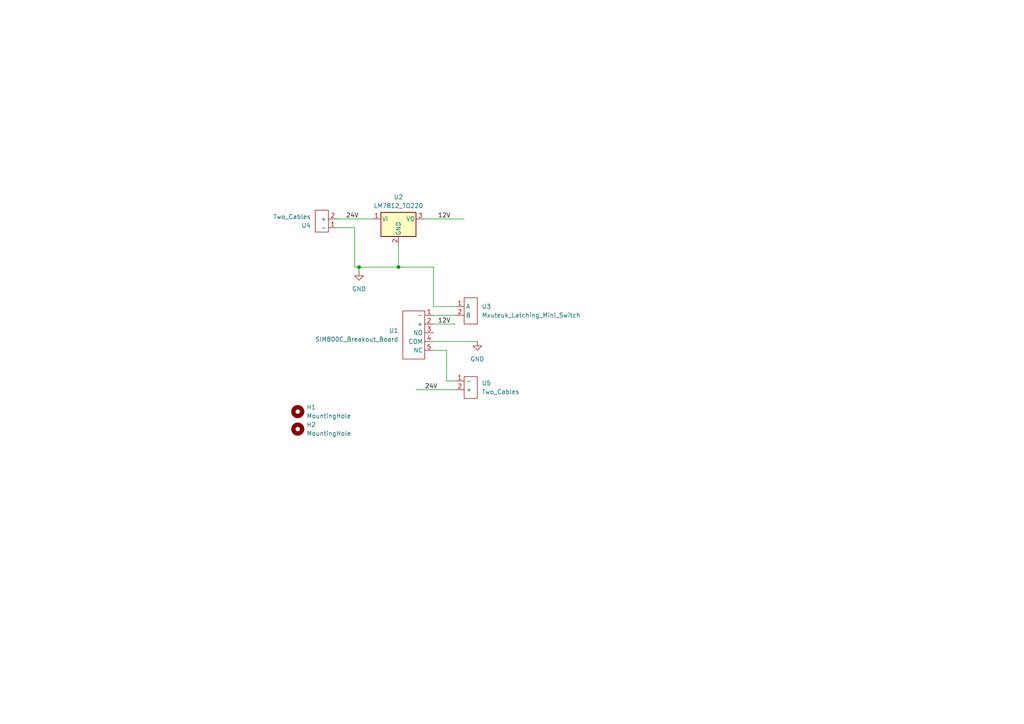
<source format=kicad_sch>
(kicad_sch
	(version 20231120)
	(generator "eeschema")
	(generator_version "8.0")
	(uuid "5f19427c-686c-45ef-8476-869846d82851")
	(paper "A4")
	(lib_symbols
		(symbol "Mechanical:MountingHole"
			(pin_names
				(offset 1.016)
			)
			(exclude_from_sim no)
			(in_bom yes)
			(on_board yes)
			(property "Reference" "H"
				(at 0 5.08 0)
				(effects
					(font
						(size 1.27 1.27)
					)
				)
			)
			(property "Value" "MountingHole"
				(at 0 3.175 0)
				(effects
					(font
						(size 1.27 1.27)
					)
				)
			)
			(property "Footprint" ""
				(at 0 0 0)
				(effects
					(font
						(size 1.27 1.27)
					)
					(hide yes)
				)
			)
			(property "Datasheet" "~"
				(at 0 0 0)
				(effects
					(font
						(size 1.27 1.27)
					)
					(hide yes)
				)
			)
			(property "Description" "Mounting Hole without connection"
				(at 0 0 0)
				(effects
					(font
						(size 1.27 1.27)
					)
					(hide yes)
				)
			)
			(property "ki_keywords" "mounting hole"
				(at 0 0 0)
				(effects
					(font
						(size 1.27 1.27)
					)
					(hide yes)
				)
			)
			(property "ki_fp_filters" "MountingHole*"
				(at 0 0 0)
				(effects
					(font
						(size 1.27 1.27)
					)
					(hide yes)
				)
			)
			(symbol "MountingHole_0_1"
				(circle
					(center 0 0)
					(radius 1.27)
					(stroke
						(width 1.27)
						(type default)
					)
					(fill
						(type none)
					)
				)
			)
		)
		(symbol "Regulator_Linear:LM7812_TO220"
			(pin_names
				(offset 0.254)
			)
			(exclude_from_sim no)
			(in_bom yes)
			(on_board yes)
			(property "Reference" "U"
				(at -3.81 3.175 0)
				(effects
					(font
						(size 1.27 1.27)
					)
				)
			)
			(property "Value" "LM7812_TO220"
				(at 0 3.175 0)
				(effects
					(font
						(size 1.27 1.27)
					)
					(justify left)
				)
			)
			(property "Footprint" "Package_TO_SOT_THT:TO-220-3_Vertical"
				(at 0 5.715 0)
				(effects
					(font
						(size 1.27 1.27)
						(italic yes)
					)
					(hide yes)
				)
			)
			(property "Datasheet" "https://www.onsemi.cn/PowerSolutions/document/MC7800-D.PDF"
				(at 0 -1.27 0)
				(effects
					(font
						(size 1.27 1.27)
					)
					(hide yes)
				)
			)
			(property "Description" "Positive 1A 35V Linear Regulator, Fixed Output 12V, TO-220"
				(at 0 0 0)
				(effects
					(font
						(size 1.27 1.27)
					)
					(hide yes)
				)
			)
			(property "ki_keywords" "Voltage Regulator 1A Positive"
				(at 0 0 0)
				(effects
					(font
						(size 1.27 1.27)
					)
					(hide yes)
				)
			)
			(property "ki_fp_filters" "TO?220*"
				(at 0 0 0)
				(effects
					(font
						(size 1.27 1.27)
					)
					(hide yes)
				)
			)
			(symbol "LM7812_TO220_0_1"
				(rectangle
					(start -5.08 1.905)
					(end 5.08 -5.08)
					(stroke
						(width 0.254)
						(type default)
					)
					(fill
						(type background)
					)
				)
			)
			(symbol "LM7812_TO220_1_1"
				(pin power_in line
					(at -7.62 0 0)
					(length 2.54)
					(name "VI"
						(effects
							(font
								(size 1.27 1.27)
							)
						)
					)
					(number "1"
						(effects
							(font
								(size 1.27 1.27)
							)
						)
					)
				)
				(pin power_in line
					(at 0 -7.62 90)
					(length 2.54)
					(name "GND"
						(effects
							(font
								(size 1.27 1.27)
							)
						)
					)
					(number "2"
						(effects
							(font
								(size 1.27 1.27)
							)
						)
					)
				)
				(pin power_out line
					(at 7.62 0 180)
					(length 2.54)
					(name "VO"
						(effects
							(font
								(size 1.27 1.27)
							)
						)
					)
					(number "3"
						(effects
							(font
								(size 1.27 1.27)
							)
						)
					)
				)
			)
		)
		(symbol "power:GND"
			(power)
			(pin_numbers hide)
			(pin_names
				(offset 0) hide)
			(exclude_from_sim no)
			(in_bom yes)
			(on_board yes)
			(property "Reference" "#PWR"
				(at 0 -6.35 0)
				(effects
					(font
						(size 1.27 1.27)
					)
					(hide yes)
				)
			)
			(property "Value" "GND"
				(at 0 -3.81 0)
				(effects
					(font
						(size 1.27 1.27)
					)
				)
			)
			(property "Footprint" ""
				(at 0 0 0)
				(effects
					(font
						(size 1.27 1.27)
					)
					(hide yes)
				)
			)
			(property "Datasheet" ""
				(at 0 0 0)
				(effects
					(font
						(size 1.27 1.27)
					)
					(hide yes)
				)
			)
			(property "Description" "Power symbol creates a global label with name \"GND\" , ground"
				(at 0 0 0)
				(effects
					(font
						(size 1.27 1.27)
					)
					(hide yes)
				)
			)
			(property "ki_keywords" "global power"
				(at 0 0 0)
				(effects
					(font
						(size 1.27 1.27)
					)
					(hide yes)
				)
			)
			(symbol "GND_0_1"
				(polyline
					(pts
						(xy 0 0) (xy 0 -1.27) (xy 1.27 -1.27) (xy 0 -2.54) (xy -1.27 -1.27) (xy 0 -1.27)
					)
					(stroke
						(width 0)
						(type default)
					)
					(fill
						(type none)
					)
				)
			)
			(symbol "GND_1_1"
				(pin power_in line
					(at 0 0 270)
					(length 0)
					(name "~"
						(effects
							(font
								(size 1.27 1.27)
							)
						)
					)
					(number "1"
						(effects
							(font
								(size 1.27 1.27)
							)
						)
					)
				)
			)
		)
		(symbol "sbb:Mxuteuk_Latching_Mini_Switch"
			(exclude_from_sim no)
			(in_bom yes)
			(on_board yes)
			(property "Reference" "U"
				(at 5.334 3.556 0)
				(effects
					(font
						(size 1.27 1.27)
					)
				)
			)
			(property "Value" "Mxuteuk_Latching_Mini_Switch"
				(at 2.286 -7.112 0)
				(effects
					(font
						(size 1.27 1.27)
					)
				)
			)
			(property "Footprint" "sbb:Mxuteuk_Latching_Mini_Switch"
				(at 1.778 -9.652 0)
				(effects
					(font
						(size 1.27 1.27)
					)
					(hide yes)
				)
			)
			(property "Datasheet" ""
				(at 0 0 0)
				(effects
					(font
						(size 1.27 1.27)
					)
					(hide yes)
				)
			)
			(property "Description" ""
				(at 0 0 0)
				(effects
					(font
						(size 1.27 1.27)
					)
					(hide yes)
				)
			)
			(symbol "Mxuteuk_Latching_Mini_Switch_0_1"
				(rectangle
					(start 2.54 2.54)
					(end 6.35 -5.08)
					(stroke
						(width 0)
						(type default)
					)
					(fill
						(type none)
					)
				)
			)
			(symbol "Mxuteuk_Latching_Mini_Switch_1_1"
				(pin bidirectional line
					(at 0 0 0)
					(length 2.54)
					(name "A"
						(effects
							(font
								(size 1.27 1.27)
							)
						)
					)
					(number "1"
						(effects
							(font
								(size 1.27 1.27)
							)
						)
					)
				)
				(pin bidirectional line
					(at 0 -2.54 0)
					(length 2.54)
					(name "B"
						(effects
							(font
								(size 1.27 1.27)
							)
						)
					)
					(number "2"
						(effects
							(font
								(size 1.27 1.27)
							)
						)
					)
				)
			)
		)
		(symbol "sbb:SIM800C_Breakout_Board"
			(exclude_from_sim no)
			(in_bom yes)
			(on_board yes)
			(property "Reference" "U"
				(at 7.874 6.604 0)
				(effects
					(font
						(size 1.27 1.27)
					)
				)
			)
			(property "Value" "SIM800C_Breakout_Board"
				(at 4.572 -10.668 0)
				(effects
					(font
						(size 1.27 1.27)
					)
				)
			)
			(property "Footprint" "sbb:SIM800C_Breakout_Board"
				(at 6.35 -12.7 0)
				(effects
					(font
						(size 1.27 1.27)
					)
					(hide yes)
				)
			)
			(property "Datasheet" ""
				(at 0 0 0)
				(effects
					(font
						(size 1.27 1.27)
					)
					(hide yes)
				)
			)
			(property "Description" ""
				(at 0 0 0)
				(effects
					(font
						(size 1.27 1.27)
					)
					(hide yes)
				)
			)
			(symbol "SIM800C_Breakout_Board_0_1"
				(rectangle
					(start 5.08 5.08)
					(end 11.43 -8.89)
					(stroke
						(width 0)
						(type default)
					)
					(fill
						(type none)
					)
				)
			)
			(symbol "SIM800C_Breakout_Board_1_1"
				(pin power_in line
					(at 2.54 3.81 0)
					(length 2.54)
					(name "-"
						(effects
							(font
								(size 1.27 1.27)
							)
						)
					)
					(number "1"
						(effects
							(font
								(size 1.27 1.27)
							)
						)
					)
				)
				(pin power_in line
					(at 2.54 1.27 0)
					(length 2.54)
					(name "+"
						(effects
							(font
								(size 1.27 1.27)
							)
						)
					)
					(number "2"
						(effects
							(font
								(size 1.27 1.27)
							)
						)
					)
				)
				(pin bidirectional line
					(at 2.54 -1.27 0)
					(length 2.54)
					(name "NO"
						(effects
							(font
								(size 1.27 1.27)
							)
						)
					)
					(number "3"
						(effects
							(font
								(size 1.27 1.27)
							)
						)
					)
				)
				(pin bidirectional line
					(at 2.54 -3.81 0)
					(length 2.54)
					(name "COM"
						(effects
							(font
								(size 1.27 1.27)
							)
						)
					)
					(number "4"
						(effects
							(font
								(size 1.27 1.27)
							)
						)
					)
				)
				(pin bidirectional line
					(at 2.54 -6.35 0)
					(length 2.54)
					(name "NC"
						(effects
							(font
								(size 1.27 1.27)
							)
						)
					)
					(number "5"
						(effects
							(font
								(size 1.27 1.27)
							)
						)
					)
				)
			)
		)
		(symbol "sbb:Two_Cables"
			(exclude_from_sim no)
			(in_bom yes)
			(on_board yes)
			(property "Reference" "U"
				(at 2.794 3.048 0)
				(effects
					(font
						(size 1.27 1.27)
					)
				)
			)
			(property "Value" "Two_Cables"
				(at 1.524 -6.35 0)
				(effects
					(font
						(size 1.27 1.27)
					)
				)
			)
			(property "Footprint" "sbb:Two_Cables"
				(at 3.302 -8.128 0)
				(effects
					(font
						(size 1.27 1.27)
					)
					(hide yes)
				)
			)
			(property "Datasheet" ""
				(at 0 0 0)
				(effects
					(font
						(size 1.27 1.27)
					)
					(hide yes)
				)
			)
			(property "Description" ""
				(at 0 0 0)
				(effects
					(font
						(size 1.27 1.27)
					)
					(hide yes)
				)
			)
			(symbol "Two_Cables_0_1"
				(rectangle
					(start 2.54 1.27)
					(end 6.35 -5.08)
					(stroke
						(width 0)
						(type default)
					)
					(fill
						(type none)
					)
				)
			)
			(symbol "Two_Cables_1_1"
				(pin bidirectional line
					(at 0 0 0)
					(length 2.54)
					(name "-"
						(effects
							(font
								(size 1.27 1.27)
							)
						)
					)
					(number "1"
						(effects
							(font
								(size 1.27 1.27)
							)
						)
					)
				)
				(pin bidirectional line
					(at 0 -2.54 0)
					(length 2.54)
					(name "+"
						(effects
							(font
								(size 1.27 1.27)
							)
						)
					)
					(number "2"
						(effects
							(font
								(size 1.27 1.27)
							)
						)
					)
				)
			)
		)
	)
	(junction
		(at 104.14 77.47)
		(diameter 0)
		(color 0 0 0 0)
		(uuid "1fc77e0a-988e-46e4-8a32-77faf8f341cf")
	)
	(junction
		(at 115.57 77.47)
		(diameter 0)
		(color 0 0 0 0)
		(uuid "dd525d6f-70df-45e9-939d-f5acf8beb79d")
	)
	(wire
		(pts
			(xy 125.73 101.6) (xy 129.54 101.6)
		)
		(stroke
			(width 0)
			(type default)
		)
		(uuid "08ea4ec6-d061-4adc-87f9-3b4182f19cec")
	)
	(wire
		(pts
			(xy 102.87 77.47) (xy 104.14 77.47)
		)
		(stroke
			(width 0)
			(type default)
		)
		(uuid "16200500-1614-42a7-bad2-4efa515d7a94")
	)
	(wire
		(pts
			(xy 115.57 77.47) (xy 115.57 71.12)
		)
		(stroke
			(width 0)
			(type default)
		)
		(uuid "19ad0778-29b6-4d5b-bf27-170f5c5e99a3")
	)
	(wire
		(pts
			(xy 125.73 93.98) (xy 132.08 93.98)
		)
		(stroke
			(width 0)
			(type default)
		)
		(uuid "2ed73b25-dc2d-4eb9-8cb1-d0cc3f8793f5")
	)
	(wire
		(pts
			(xy 120.65 113.03) (xy 132.08 113.03)
		)
		(stroke
			(width 0)
			(type default)
		)
		(uuid "4dacfb6a-aa3d-4176-a01a-f755c789d11c")
	)
	(wire
		(pts
			(xy 104.14 77.47) (xy 104.14 78.74)
		)
		(stroke
			(width 0)
			(type default)
		)
		(uuid "51941f0c-c1ab-41b8-951d-b6f1fc7b0d3b")
	)
	(wire
		(pts
			(xy 102.87 66.04) (xy 102.87 77.47)
		)
		(stroke
			(width 0)
			(type default)
		)
		(uuid "55c59c29-1e2f-45ce-b29f-5e60a2bf88a0")
	)
	(wire
		(pts
			(xy 129.54 110.49) (xy 132.08 110.49)
		)
		(stroke
			(width 0)
			(type default)
		)
		(uuid "571f4cac-80b0-4eef-825a-ca38851d2527")
	)
	(wire
		(pts
			(xy 125.73 77.47) (xy 115.57 77.47)
		)
		(stroke
			(width 0)
			(type default)
		)
		(uuid "5dbed18c-c896-4caf-a55b-bfda762944cb")
	)
	(wire
		(pts
			(xy 125.73 99.06) (xy 138.43 99.06)
		)
		(stroke
			(width 0)
			(type default)
		)
		(uuid "607d317f-34ed-4c35-99ec-65736f999dfc")
	)
	(wire
		(pts
			(xy 97.79 66.04) (xy 102.87 66.04)
		)
		(stroke
			(width 0)
			(type default)
		)
		(uuid "70f38124-bae4-4757-930f-e7590e652c69")
	)
	(wire
		(pts
			(xy 104.14 77.47) (xy 115.57 77.47)
		)
		(stroke
			(width 0)
			(type default)
		)
		(uuid "796a54e9-8f6e-4b15-848a-c694bb0d2279")
	)
	(wire
		(pts
			(xy 129.54 101.6) (xy 129.54 110.49)
		)
		(stroke
			(width 0)
			(type default)
		)
		(uuid "888c1c74-ad35-41db-b3e5-47956db43273")
	)
	(wire
		(pts
			(xy 123.19 63.5) (xy 134.62 63.5)
		)
		(stroke
			(width 0)
			(type default)
		)
		(uuid "b16e8982-9d64-4833-9fc0-48885f3faffb")
	)
	(wire
		(pts
			(xy 125.73 88.9) (xy 125.73 77.47)
		)
		(stroke
			(width 0)
			(type default)
		)
		(uuid "bad42e08-da71-41f5-a20a-9f9461f0dca5")
	)
	(wire
		(pts
			(xy 97.79 63.5) (xy 107.95 63.5)
		)
		(stroke
			(width 0)
			(type default)
		)
		(uuid "d2ac2ccf-5663-4969-b8e8-db093ef6ef05")
	)
	(wire
		(pts
			(xy 125.73 91.44) (xy 132.08 91.44)
		)
		(stroke
			(width 0)
			(type default)
		)
		(uuid "d916a358-1967-4d28-9f82-6d48bdbb7766")
	)
	(wire
		(pts
			(xy 132.08 88.9) (xy 125.73 88.9)
		)
		(stroke
			(width 0)
			(type default)
		)
		(uuid "e00ac274-f775-4718-82de-25e8e2cd12ae")
	)
	(label "24V"
		(at 100.33 63.5 0)
		(fields_autoplaced yes)
		(effects
			(font
				(size 1.27 1.27)
			)
			(justify left bottom)
		)
		(uuid "2e6c6ff8-e7a7-4e31-ade7-ee24c8bb31f4")
	)
	(label "12V"
		(at 127 93.98 0)
		(fields_autoplaced yes)
		(effects
			(font
				(size 1.27 1.27)
			)
			(justify left bottom)
		)
		(uuid "9335bb4b-0376-4803-adb0-11117add2b6b")
	)
	(label "12V"
		(at 127 63.5 0)
		(fields_autoplaced yes)
		(effects
			(font
				(size 1.27 1.27)
			)
			(justify left bottom)
		)
		(uuid "e3513327-1c3b-40c9-ae65-d9d85eebc460")
	)
	(label "24V"
		(at 123.19 113.03 0)
		(fields_autoplaced yes)
		(effects
			(font
				(size 1.27 1.27)
			)
			(justify left bottom)
		)
		(uuid "f7a58c08-ef41-4102-bd37-a5a86b6aaa1b")
	)
	(symbol
		(lib_id "sbb:Mxuteuk_Latching_Mini_Switch")
		(at 132.08 88.9 0)
		(unit 1)
		(exclude_from_sim no)
		(in_bom yes)
		(on_board yes)
		(dnp no)
		(fields_autoplaced yes)
		(uuid "308aad80-e5c0-44c3-92e3-23ae575031a8")
		(property "Reference" "U3"
			(at 139.7 88.8999 0)
			(effects
				(font
					(size 1.27 1.27)
				)
				(justify left)
			)
		)
		(property "Value" "Mxuteuk_Latching_Mini_Switch"
			(at 139.7 91.4399 0)
			(effects
				(font
					(size 1.27 1.27)
				)
				(justify left)
			)
		)
		(property "Footprint" "sbb:Mxuteuk_Latching_Mini_Switch"
			(at 133.858 98.552 0)
			(effects
				(font
					(size 1.27 1.27)
				)
				(hide yes)
			)
		)
		(property "Datasheet" ""
			(at 132.08 88.9 0)
			(effects
				(font
					(size 1.27 1.27)
				)
				(hide yes)
			)
		)
		(property "Description" ""
			(at 132.08 88.9 0)
			(effects
				(font
					(size 1.27 1.27)
				)
				(hide yes)
			)
		)
		(pin "2"
			(uuid "f3fbc534-3333-4cb0-a738-7ab6d44377e4")
		)
		(pin "1"
			(uuid "3ddb3507-0f27-4db8-88e2-f62ca971639f")
		)
		(instances
			(project "sim_switch"
				(path "/5f19427c-686c-45ef-8476-869846d82851"
					(reference "U3")
					(unit 1)
				)
			)
		)
	)
	(symbol
		(lib_id "power:GND")
		(at 104.14 78.74 0)
		(unit 1)
		(exclude_from_sim no)
		(in_bom yes)
		(on_board yes)
		(dnp no)
		(fields_autoplaced yes)
		(uuid "393a8694-88d7-4cf4-a07e-5a07c349a35f")
		(property "Reference" "#PWR01"
			(at 104.14 85.09 0)
			(effects
				(font
					(size 1.27 1.27)
				)
				(hide yes)
			)
		)
		(property "Value" "GND"
			(at 104.14 83.82 0)
			(effects
				(font
					(size 1.27 1.27)
				)
			)
		)
		(property "Footprint" ""
			(at 104.14 78.74 0)
			(effects
				(font
					(size 1.27 1.27)
				)
				(hide yes)
			)
		)
		(property "Datasheet" ""
			(at 104.14 78.74 0)
			(effects
				(font
					(size 1.27 1.27)
				)
				(hide yes)
			)
		)
		(property "Description" "Power symbol creates a global label with name \"GND\" , ground"
			(at 104.14 78.74 0)
			(effects
				(font
					(size 1.27 1.27)
				)
				(hide yes)
			)
		)
		(pin "1"
			(uuid "7309c668-cf61-407c-8784-19f0a34333c3")
		)
		(instances
			(project "sim_switch"
				(path "/5f19427c-686c-45ef-8476-869846d82851"
					(reference "#PWR01")
					(unit 1)
				)
			)
		)
	)
	(symbol
		(lib_id "Regulator_Linear:LM7812_TO220")
		(at 115.57 63.5 0)
		(unit 1)
		(exclude_from_sim no)
		(in_bom yes)
		(on_board yes)
		(dnp no)
		(fields_autoplaced yes)
		(uuid "83891811-e443-4f74-951f-0f5ede7787f0")
		(property "Reference" "U2"
			(at 115.57 57.15 0)
			(effects
				(font
					(size 1.27 1.27)
				)
			)
		)
		(property "Value" "LM7812_TO220"
			(at 115.57 59.69 0)
			(effects
				(font
					(size 1.27 1.27)
				)
			)
		)
		(property "Footprint" "Package_TO_SOT_THT:TO-220-3_Vertical"
			(at 115.57 57.785 0)
			(effects
				(font
					(size 1.27 1.27)
					(italic yes)
				)
				(hide yes)
			)
		)
		(property "Datasheet" "https://www.onsemi.cn/PowerSolutions/document/MC7800-D.PDF"
			(at 115.57 64.77 0)
			(effects
				(font
					(size 1.27 1.27)
				)
				(hide yes)
			)
		)
		(property "Description" "Positive 1A 35V Linear Regulator, Fixed Output 12V, TO-220"
			(at 115.57 63.5 0)
			(effects
				(font
					(size 1.27 1.27)
				)
				(hide yes)
			)
		)
		(pin "3"
			(uuid "8d68f0f9-d8ac-4991-b2f3-51d5fa678039")
		)
		(pin "1"
			(uuid "3c894a84-ee82-4535-8eb4-9972a1a1775a")
		)
		(pin "2"
			(uuid "e4e8d265-cda3-4fcb-9161-316a5a4e7f4d")
		)
		(instances
			(project "sim_switch"
				(path "/5f19427c-686c-45ef-8476-869846d82851"
					(reference "U2")
					(unit 1)
				)
			)
		)
	)
	(symbol
		(lib_id "Mechanical:MountingHole")
		(at 86.36 119.38 0)
		(unit 1)
		(exclude_from_sim no)
		(in_bom yes)
		(on_board yes)
		(dnp no)
		(fields_autoplaced yes)
		(uuid "96972954-98e6-4285-bfac-a544467d5acf")
		(property "Reference" "H1"
			(at 88.9 118.1099 0)
			(effects
				(font
					(size 1.27 1.27)
				)
				(justify left)
			)
		)
		(property "Value" "MountingHole"
			(at 88.9 120.6499 0)
			(effects
				(font
					(size 1.27 1.27)
				)
				(justify left)
			)
		)
		(property "Footprint" "MountingHole:MountingHole_2.1mm"
			(at 86.36 119.38 0)
			(effects
				(font
					(size 1.27 1.27)
				)
				(hide yes)
			)
		)
		(property "Datasheet" "~"
			(at 86.36 119.38 0)
			(effects
				(font
					(size 1.27 1.27)
				)
				(hide yes)
			)
		)
		(property "Description" "Mounting Hole without connection"
			(at 86.36 119.38 0)
			(effects
				(font
					(size 1.27 1.27)
				)
				(hide yes)
			)
		)
		(instances
			(project "sim_switch"
				(path "/5f19427c-686c-45ef-8476-869846d82851"
					(reference "H1")
					(unit 1)
				)
			)
		)
	)
	(symbol
		(lib_id "Mechanical:MountingHole")
		(at 86.36 124.46 0)
		(unit 1)
		(exclude_from_sim no)
		(in_bom yes)
		(on_board yes)
		(dnp no)
		(fields_autoplaced yes)
		(uuid "a8d3e8ae-b193-44b6-9328-dd70eb66fc1b")
		(property "Reference" "H2"
			(at 88.9 123.1899 0)
			(effects
				(font
					(size 1.27 1.27)
				)
				(justify left)
			)
		)
		(property "Value" "MountingHole"
			(at 88.9 125.7299 0)
			(effects
				(font
					(size 1.27 1.27)
				)
				(justify left)
			)
		)
		(property "Footprint" "MountingHole:MountingHole_2.1mm"
			(at 86.36 124.46 0)
			(effects
				(font
					(size 1.27 1.27)
				)
				(hide yes)
			)
		)
		(property "Datasheet" "~"
			(at 86.36 124.46 0)
			(effects
				(font
					(size 1.27 1.27)
				)
				(hide yes)
			)
		)
		(property "Description" "Mounting Hole without connection"
			(at 86.36 124.46 0)
			(effects
				(font
					(size 1.27 1.27)
				)
				(hide yes)
			)
		)
		(instances
			(project "sim_switch"
				(path "/5f19427c-686c-45ef-8476-869846d82851"
					(reference "H2")
					(unit 1)
				)
			)
		)
	)
	(symbol
		(lib_id "sbb:Two_Cables")
		(at 132.08 110.49 0)
		(unit 1)
		(exclude_from_sim no)
		(in_bom yes)
		(on_board yes)
		(dnp no)
		(fields_autoplaced yes)
		(uuid "a8e0c778-bb2f-4bf2-99ad-0add1ec115f6")
		(property "Reference" "U5"
			(at 139.7 111.1249 0)
			(effects
				(font
					(size 1.27 1.27)
				)
				(justify left)
			)
		)
		(property "Value" "Two_Cables"
			(at 139.7 113.6649 0)
			(effects
				(font
					(size 1.27 1.27)
				)
				(justify left)
			)
		)
		(property "Footprint" "sbb:Two_Cables"
			(at 135.382 118.618 0)
			(effects
				(font
					(size 1.27 1.27)
				)
				(hide yes)
			)
		)
		(property "Datasheet" ""
			(at 132.08 110.49 0)
			(effects
				(font
					(size 1.27 1.27)
				)
				(hide yes)
			)
		)
		(property "Description" ""
			(at 132.08 110.49 0)
			(effects
				(font
					(size 1.27 1.27)
				)
				(hide yes)
			)
		)
		(pin "2"
			(uuid "6fff3c97-eebd-4150-982b-bef074e8809c")
		)
		(pin "1"
			(uuid "5bc02c3b-f573-4a91-97bd-1136518d2f8c")
		)
		(instances
			(project "sim_switch"
				(path "/5f19427c-686c-45ef-8476-869846d82851"
					(reference "U5")
					(unit 1)
				)
			)
		)
	)
	(symbol
		(lib_id "sbb:Two_Cables")
		(at 97.79 66.04 180)
		(unit 1)
		(exclude_from_sim no)
		(in_bom yes)
		(on_board yes)
		(dnp no)
		(uuid "cd610979-e34f-4394-a660-39b993251b0b")
		(property "Reference" "U4"
			(at 90.17 65.4051 0)
			(effects
				(font
					(size 1.27 1.27)
				)
				(justify left)
			)
		)
		(property "Value" "Two_Cables"
			(at 90.17 62.8651 0)
			(effects
				(font
					(size 1.27 1.27)
				)
				(justify left)
			)
		)
		(property "Footprint" "sbb:Two_Cables"
			(at 94.488 57.912 0)
			(effects
				(font
					(size 1.27 1.27)
				)
				(hide yes)
			)
		)
		(property "Datasheet" ""
			(at 97.79 66.04 0)
			(effects
				(font
					(size 1.27 1.27)
				)
				(hide yes)
			)
		)
		(property "Description" ""
			(at 97.79 66.04 0)
			(effects
				(font
					(size 1.27 1.27)
				)
				(hide yes)
			)
		)
		(pin "2"
			(uuid "0aef6c4e-7b99-4f45-afe1-16fe4162c3ef")
		)
		(pin "1"
			(uuid "870b59f1-8f73-42d3-b0e9-d900b80428d7")
		)
		(instances
			(project "sim_switch"
				(path "/5f19427c-686c-45ef-8476-869846d82851"
					(reference "U4")
					(unit 1)
				)
			)
		)
	)
	(symbol
		(lib_id "power:GND")
		(at 138.43 99.06 0)
		(mirror y)
		(unit 1)
		(exclude_from_sim no)
		(in_bom yes)
		(on_board yes)
		(dnp no)
		(uuid "ea027cd4-e38c-45ae-a104-8c1d89629722")
		(property "Reference" "#PWR02"
			(at 138.43 105.41 0)
			(effects
				(font
					(size 1.27 1.27)
				)
				(hide yes)
			)
		)
		(property "Value" "GND"
			(at 138.43 104.14 0)
			(effects
				(font
					(size 1.27 1.27)
				)
			)
		)
		(property "Footprint" ""
			(at 138.43 99.06 0)
			(effects
				(font
					(size 1.27 1.27)
				)
				(hide yes)
			)
		)
		(property "Datasheet" ""
			(at 138.43 99.06 0)
			(effects
				(font
					(size 1.27 1.27)
				)
				(hide yes)
			)
		)
		(property "Description" "Power symbol creates a global label with name \"GND\" , ground"
			(at 138.43 99.06 0)
			(effects
				(font
					(size 1.27 1.27)
				)
				(hide yes)
			)
		)
		(pin "1"
			(uuid "e5b14666-ed8c-439f-81be-f381b86c930b")
		)
		(instances
			(project "sim_switch"
				(path "/5f19427c-686c-45ef-8476-869846d82851"
					(reference "#PWR02")
					(unit 1)
				)
			)
		)
	)
	(symbol
		(lib_id "sbb:SIM800C_Breakout_Board")
		(at 128.27 95.25 0)
		(mirror y)
		(unit 1)
		(exclude_from_sim no)
		(in_bom yes)
		(on_board yes)
		(dnp no)
		(uuid "ee9625a4-884f-4691-a2e7-e88ce7693a7e")
		(property "Reference" "U1"
			(at 115.57 95.8849 0)
			(effects
				(font
					(size 1.27 1.27)
				)
				(justify left)
			)
		)
		(property "Value" "SIM800C_Breakout_Board"
			(at 115.57 98.4249 0)
			(effects
				(font
					(size 1.27 1.27)
				)
				(justify left)
			)
		)
		(property "Footprint" "sbb:SIM800C_Breakout_Board"
			(at 121.92 107.95 0)
			(effects
				(font
					(size 1.27 1.27)
				)
				(hide yes)
			)
		)
		(property "Datasheet" ""
			(at 128.27 95.25 0)
			(effects
				(font
					(size 1.27 1.27)
				)
				(hide yes)
			)
		)
		(property "Description" ""
			(at 128.27 95.25 0)
			(effects
				(font
					(size 1.27 1.27)
				)
				(hide yes)
			)
		)
		(pin "1"
			(uuid "191fb828-c559-4b82-946b-4222a3cc205e")
		)
		(pin "2"
			(uuid "5076f533-0904-4501-a116-89e9c21de851")
		)
		(pin "5"
			(uuid "084a3907-1201-4114-a9cd-f274663ab4f8")
		)
		(pin "3"
			(uuid "f7540597-1cac-4581-990e-46c5b148e610")
		)
		(pin "4"
			(uuid "8cd05519-301b-48b6-abfe-ebf2be8d7831")
		)
		(instances
			(project "sim_switch"
				(path "/5f19427c-686c-45ef-8476-869846d82851"
					(reference "U1")
					(unit 1)
				)
			)
		)
	)
	(sheet_instances
		(path "/"
			(page "1")
		)
	)
)
</source>
